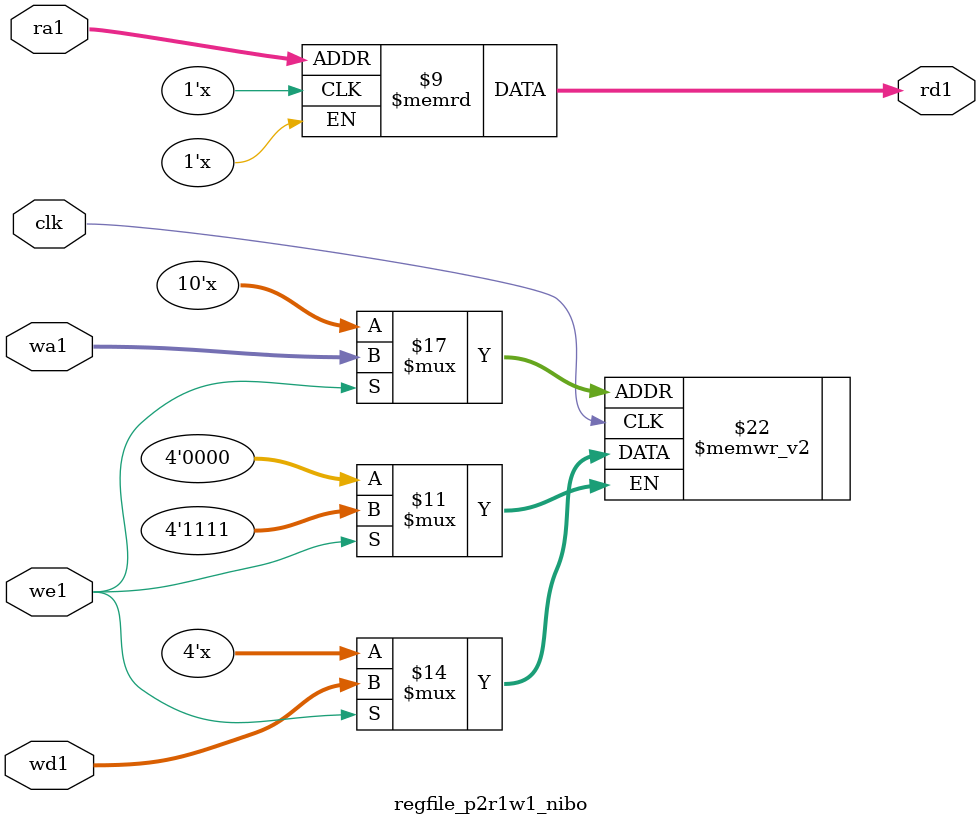
<source format=sv>

`include "wally-config.vh"

module regfile_p2r1w1_nibo #(parameter integer DEPTH = 10, parameter integer WIDTH = 4)
  (input logic 		clk,
   input logic 		    we1,
   input logic [DEPTH-1:0]  ra1,
   output logic [WIDTH-1:0] rd1,
   input logic [DEPTH-1:0]  wa1,
   input logic [WIDTH-1:0]  wd1);
  
  logic [WIDTH-1:0] 	    regs [2**DEPTH-1:0];

  always_ff @(posedge clk) begin
    if(we1) begin
      regs[wa1] <= wd1;
    end
  end

  assign rd1 = regs[ra1];

endmodule

</source>
